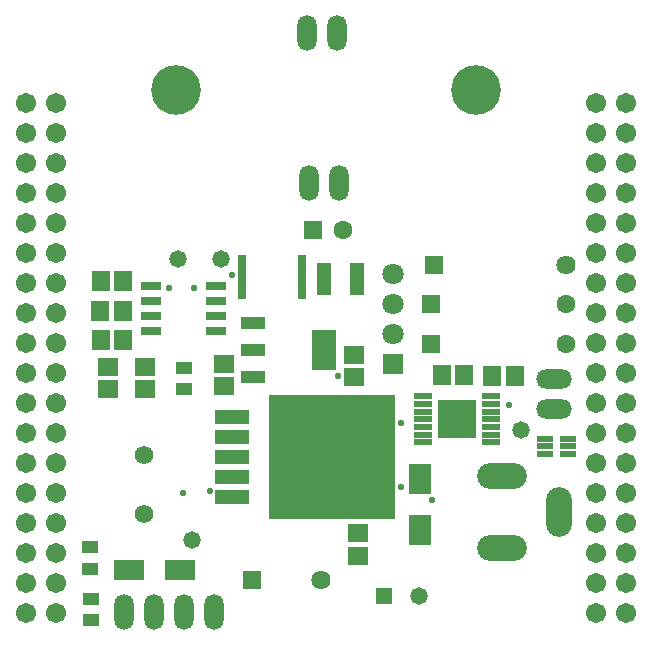
<source format=gts>
G04*
G04 #@! TF.GenerationSoftware,Altium Limited,Altium Designer,22.8.2 (66)*
G04*
G04 Layer_Color=8388736*
%FSLAX44Y44*%
%MOMM*%
G71*
G04*
G04 #@! TF.SameCoordinates,DB24DA2D-5A1C-4FC3-BAC6-6F5E0011B9E5*
G04*
G04*
G04 #@! TF.FilePolarity,Negative*
G04*
G01*
G75*
%ADD32R,1.3716X0.5588*%
G04:AMPARAMS|DCode=33|XSize=1.4732mm|YSize=1.4732mm|CornerRadius=0.7366mm|HoleSize=0mm|Usage=FLASHONLY|Rotation=0.000|XOffset=0mm|YOffset=0mm|HoleType=Round|Shape=RoundedRectangle|*
%AMROUNDEDRECTD33*
21,1,1.4732,0.0000,0,0,0.0*
21,1,0.0000,1.4732,0,0,0.0*
1,1,1.4732,0.0000,0.0000*
1,1,1.4732,0.0000,0.0000*
1,1,1.4732,0.0000,0.0000*
1,1,1.4732,0.0000,0.0000*
%
%ADD33ROUNDEDRECTD33*%
%ADD34R,1.3089X2.7033*%
%ADD35R,0.7620X3.8100*%
%ADD36R,1.9032X2.5532*%
%ADD37R,1.4986X1.7018*%
%ADD38R,1.7018X1.4986*%
%ADD39R,1.4031X1.0033*%
%ADD40R,2.5331X1.7633*%
%ADD41R,1.6637X0.7366*%
%ADD42R,2.0033X3.4031*%
%ADD43R,2.0033X1.1031*%
%ADD44R,3.2004X3.3020*%
%ADD45R,1.6256X0.5588*%
%ADD46R,10.6680X10.6172*%
%ADD47R,2.8956X1.2192*%
%ADD48O,1.6256X3.0480*%
%ADD49C,1.6012*%
%ADD50R,1.6012X1.6012*%
%ADD51O,3.0480X1.6256*%
%ADD52C,1.8084*%
%ADD53R,1.8084X1.8084*%
%ADD54C,1.6002*%
%ADD55R,1.6002X1.6002*%
%ADD56C,1.6256*%
%ADD57R,1.6256X1.6256*%
%ADD58C,4.2083*%
%ADD59C,1.4732*%
%ADD60R,1.4732X1.4732*%
%ADD61C,1.5748*%
%ADD62O,2.2032X4.2032*%
%ADD63O,4.2032X2.2032*%
%ADD64C,1.7112*%
%ADD65C,0.5532*%
D32*
X484251Y158577D02*
D03*
Y165077D02*
D03*
Y171577D02*
D03*
X464693D02*
D03*
Y165077D02*
D03*
Y158577D02*
D03*
D33*
X444754Y179047D02*
D03*
X154178Y323827D02*
D03*
X190500Y324081D02*
D03*
X166370Y85829D02*
D03*
D34*
X306128Y306555D02*
D03*
X278072D02*
D03*
D35*
X259207Y308079D02*
D03*
X208661D02*
D03*
D36*
X359410Y137302D02*
D03*
Y94300D02*
D03*
D37*
X377444Y225529D02*
D03*
X396240D02*
D03*
X420370Y224767D02*
D03*
X439166D02*
D03*
X107696Y254993D02*
D03*
X88900D02*
D03*
X107188Y279631D02*
D03*
X88392D02*
D03*
X107442Y305285D02*
D03*
X88646D02*
D03*
D38*
X303276Y242547D02*
D03*
Y223751D02*
D03*
X193040Y235181D02*
D03*
Y216385D02*
D03*
X126492Y232387D02*
D03*
Y213591D02*
D03*
X306324Y91417D02*
D03*
Y72621D02*
D03*
X95250Y232133D02*
D03*
Y213337D02*
D03*
D39*
X79248Y61590D02*
D03*
Y79588D02*
D03*
X80772Y36154D02*
D03*
Y18156D02*
D03*
X159512Y213736D02*
D03*
Y231734D02*
D03*
D40*
X155765Y60683D02*
D03*
X112966D02*
D03*
D41*
X185991Y300713D02*
D03*
Y288013D02*
D03*
Y275313D02*
D03*
Y262613D02*
D03*
X131509D02*
D03*
Y275313D02*
D03*
Y288013D02*
D03*
Y300713D02*
D03*
D42*
X277904Y246357D02*
D03*
D43*
X217904Y223357D02*
D03*
Y246357D02*
D03*
Y269357D02*
D03*
D44*
X390398Y187937D02*
D03*
D45*
X418846Y207437D02*
D03*
Y200937D02*
D03*
Y194437D02*
D03*
Y187937D02*
D03*
Y181437D02*
D03*
Y174937D02*
D03*
Y168438D02*
D03*
X361950D02*
D03*
Y174937D02*
D03*
Y181437D02*
D03*
Y187937D02*
D03*
Y194437D02*
D03*
Y200937D02*
D03*
Y207437D02*
D03*
D46*
X284480Y156187D02*
D03*
D47*
X200152Y122151D02*
D03*
Y139169D02*
D03*
Y156187D02*
D03*
Y173205D02*
D03*
Y190223D02*
D03*
D48*
X184404Y25123D02*
D03*
X159004D02*
D03*
X133604D02*
D03*
X108204D02*
D03*
X289052Y515089D02*
D03*
X263652D02*
D03*
X290830Y388343D02*
D03*
X265430D02*
D03*
D49*
X293878Y347957D02*
D03*
D50*
X268478D02*
D03*
D51*
X472694Y222481D02*
D03*
Y197081D02*
D03*
D52*
X336550Y310873D02*
D03*
Y285473D02*
D03*
Y260073D02*
D03*
D53*
Y234673D02*
D03*
D54*
X482473Y285473D02*
D03*
Y251945D02*
D03*
D55*
X368173Y285473D02*
D03*
Y251945D02*
D03*
D56*
X482346Y318493D02*
D03*
X274828Y52047D02*
D03*
D57*
X370586Y318493D02*
D03*
X216916Y52047D02*
D03*
D58*
X152400Y466575D02*
D03*
X406400D02*
D03*
D59*
X358394Y38585D02*
D03*
D60*
X328422D02*
D03*
D61*
X125730Y107927D02*
D03*
Y157965D02*
D03*
D62*
X476499Y109197D02*
D03*
D63*
X428498Y79197D02*
D03*
Y140198D02*
D03*
D64*
X507746Y24130D02*
D03*
X533146D02*
D03*
X507746Y49530D02*
D03*
X533146D02*
D03*
X507746Y100330D02*
D03*
X533146D02*
D03*
X507746Y74930D02*
D03*
X533146D02*
D03*
X25146Y24130D02*
D03*
X50546D02*
D03*
X25146Y49530D02*
D03*
X50546D02*
D03*
X25146Y100330D02*
D03*
X50546D02*
D03*
X25146Y74930D02*
D03*
X50546D02*
D03*
X507746Y125730D02*
D03*
X533146D02*
D03*
X507746Y151130D02*
D03*
X533146D02*
D03*
X25146Y125730D02*
D03*
X50546D02*
D03*
X25146Y151130D02*
D03*
X50546D02*
D03*
X507746Y455930D02*
D03*
X533146D02*
D03*
X507746Y430530D02*
D03*
X533146D02*
D03*
X507746Y405130D02*
D03*
X533146D02*
D03*
X507746Y379730D02*
D03*
X533146D02*
D03*
X507746Y354330D02*
D03*
X533146D02*
D03*
X507746Y328930D02*
D03*
X533146D02*
D03*
X507746Y303530D02*
D03*
X533146D02*
D03*
X507746Y278130D02*
D03*
X533146D02*
D03*
X507746Y252730D02*
D03*
X533146D02*
D03*
X507746Y227330D02*
D03*
X533146D02*
D03*
X507746Y201930D02*
D03*
X533146D02*
D03*
X507746Y176530D02*
D03*
X533146D02*
D03*
X25146Y455930D02*
D03*
X50546D02*
D03*
X25146Y430530D02*
D03*
X50546D02*
D03*
X25146Y405130D02*
D03*
X50546D02*
D03*
X25146Y379730D02*
D03*
X50546D02*
D03*
X25146Y354330D02*
D03*
X50546D02*
D03*
X25146Y328930D02*
D03*
X50546D02*
D03*
X25146Y303530D02*
D03*
X50546D02*
D03*
X25146Y278130D02*
D03*
X50546D02*
D03*
X25146Y252730D02*
D03*
X50546D02*
D03*
X25146Y227330D02*
D03*
X50546D02*
D03*
X25146Y201930D02*
D03*
X50546D02*
D03*
X25146Y176530D02*
D03*
X50546D02*
D03*
D65*
X342900Y185143D02*
D03*
X289560Y224767D02*
D03*
X342900Y130279D02*
D03*
X368808Y119611D02*
D03*
X158496Y125707D02*
D03*
X199644Y310111D02*
D03*
X434340Y200383D02*
D03*
X181356Y127231D02*
D03*
X146304Y299443D02*
D03*
X167640D02*
D03*
M02*

</source>
